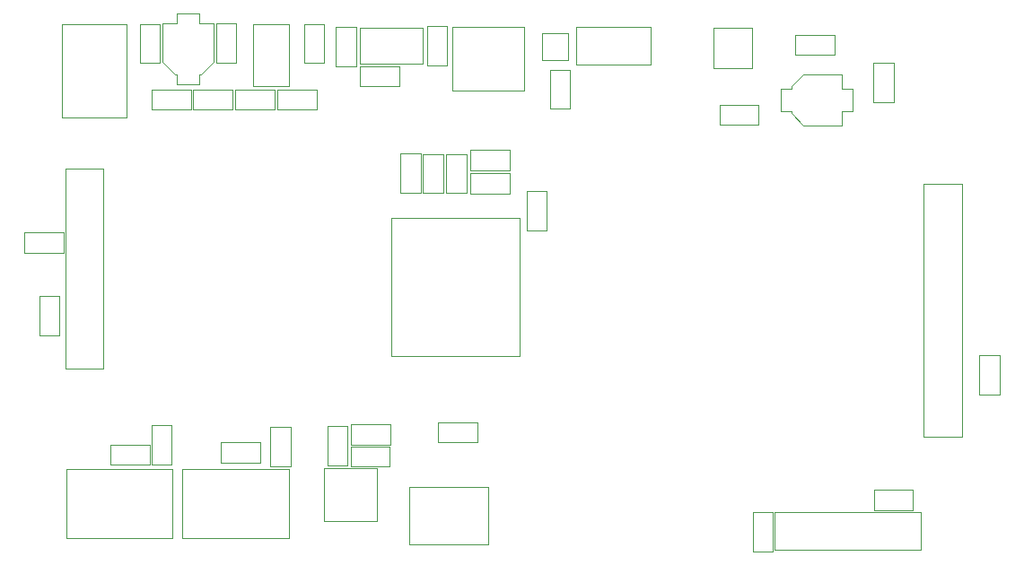
<source format=gbr>
G04 #@! TF.GenerationSoftware,KiCad,Pcbnew,(5.1.5)-3*
G04 #@! TF.CreationDate,2020-02-14T11:51:11+01:00*
G04 #@! TF.ProjectId,Lab_1,4c61625f-312e-46b6-9963-61645f706362,rev?*
G04 #@! TF.SameCoordinates,Original*
G04 #@! TF.FileFunction,Other,User*
%FSLAX46Y46*%
G04 Gerber Fmt 4.6, Leading zero omitted, Abs format (unit mm)*
G04 Created by KiCad (PCBNEW (5.1.5)-3) date 2020-02-14 11:51:11*
%MOMM*%
%LPD*%
G04 APERTURE LIST*
%ADD10C,0.050000*%
G04 APERTURE END LIST*
D10*
X88625000Y-104950000D02*
X84925000Y-104950000D01*
X88625000Y-103050000D02*
X88625000Y-104950000D01*
X84925000Y-103050000D02*
X88625000Y-103050000D01*
X84925000Y-104950000D02*
X84925000Y-103050000D01*
X73075000Y-103050000D02*
X76775000Y-103050000D01*
X73075000Y-104950000D02*
X73075000Y-103050000D01*
X76775000Y-104950000D02*
X73075000Y-104950000D01*
X76775000Y-103050000D02*
X76775000Y-104950000D01*
X89350000Y-96850000D02*
X89350000Y-100550000D01*
X87450000Y-96850000D02*
X89350000Y-96850000D01*
X87450000Y-100550000D02*
X87450000Y-96850000D01*
X89350000Y-100550000D02*
X87450000Y-100550000D01*
X84625000Y-104950000D02*
X80925000Y-104950000D01*
X84625000Y-103050000D02*
X84625000Y-104950000D01*
X80925000Y-103050000D02*
X84625000Y-103050000D01*
X80925000Y-104950000D02*
X80925000Y-103050000D01*
X76975000Y-103050000D02*
X80675000Y-103050000D01*
X76975000Y-104950000D02*
X76975000Y-103050000D01*
X80675000Y-104950000D02*
X76975000Y-104950000D01*
X80675000Y-103050000D02*
X80675000Y-104950000D01*
X64975000Y-138900000D02*
X74975000Y-138900000D01*
X64975000Y-145400000D02*
X74975000Y-145400000D01*
X64975000Y-138900000D02*
X64975000Y-145400000D01*
X74975000Y-145400000D02*
X74975000Y-138900000D01*
X74950000Y-134725000D02*
X74950000Y-138425000D01*
X73050000Y-134725000D02*
X74950000Y-134725000D01*
X73050000Y-138425000D02*
X73050000Y-134725000D01*
X74950000Y-138425000D02*
X73050000Y-138425000D01*
X72850000Y-138450000D02*
X69150000Y-138450000D01*
X72850000Y-136550000D02*
X72850000Y-138450000D01*
X69150000Y-136550000D02*
X72850000Y-136550000D01*
X69150000Y-138450000D02*
X69150000Y-136550000D01*
X99050000Y-97050000D02*
X100950000Y-97050000D01*
X100950000Y-97050000D02*
X100950000Y-100750000D01*
X100950000Y-100750000D02*
X99050000Y-100750000D01*
X99050000Y-100750000D02*
X99050000Y-97050000D01*
X153050000Y-128125000D02*
X153050000Y-131825000D01*
X151150000Y-128125000D02*
X153050000Y-128125000D01*
X151150000Y-131825000D02*
X151150000Y-128125000D01*
X153050000Y-131825000D02*
X151150000Y-131825000D01*
X110650000Y-104850000D02*
X110650000Y-101150000D01*
X112550000Y-104850000D02*
X110650000Y-104850000D01*
X112550000Y-101150000D02*
X112550000Y-104850000D01*
X110650000Y-101150000D02*
X112550000Y-101150000D01*
X83275000Y-136350000D02*
X83275000Y-138250000D01*
X83275000Y-138250000D02*
X79575000Y-138250000D01*
X79575000Y-138250000D02*
X79575000Y-136350000D01*
X79575000Y-136350000D02*
X83275000Y-136350000D01*
X62450000Y-122550000D02*
X64350000Y-122550000D01*
X64350000Y-122550000D02*
X64350000Y-126250000D01*
X64350000Y-126250000D02*
X62450000Y-126250000D01*
X62450000Y-126250000D02*
X62450000Y-122550000D01*
X95575000Y-136550000D02*
X91875000Y-136550000D01*
X95575000Y-134650000D02*
X95575000Y-136550000D01*
X91875000Y-134650000D02*
X95575000Y-134650000D01*
X91875000Y-136550000D02*
X91875000Y-134650000D01*
X91550000Y-138525000D02*
X89650000Y-138525000D01*
X89650000Y-138525000D02*
X89650000Y-134825000D01*
X89650000Y-134825000D02*
X91550000Y-134825000D01*
X91550000Y-134825000D02*
X91550000Y-138525000D01*
X91825000Y-136750000D02*
X95525000Y-136750000D01*
X91825000Y-138650000D02*
X91825000Y-136750000D01*
X95525000Y-138650000D02*
X91825000Y-138650000D01*
X95525000Y-136750000D02*
X95525000Y-138650000D01*
X126625000Y-106350000D02*
X126625000Y-104450000D01*
X126625000Y-104450000D02*
X130325000Y-104450000D01*
X130325000Y-104450000D02*
X130325000Y-106350000D01*
X130325000Y-106350000D02*
X126625000Y-106350000D01*
X120100000Y-100650000D02*
X113100000Y-100650000D01*
X113100000Y-100650000D02*
X113100000Y-97150000D01*
X113100000Y-97150000D02*
X120100000Y-97150000D01*
X120100000Y-97150000D02*
X120100000Y-100650000D01*
X101380000Y-103170000D02*
X108180000Y-103170000D01*
X108180000Y-103170000D02*
X108180000Y-97090000D01*
X108180000Y-97090000D02*
X101380000Y-97090000D01*
X101380000Y-97090000D02*
X101380000Y-103170000D01*
X145900000Y-111900000D02*
X145900000Y-135800000D01*
X145900000Y-135800000D02*
X149500000Y-135800000D01*
X149500000Y-135800000D02*
X149500000Y-111900000D01*
X149500000Y-111900000D02*
X145900000Y-111900000D01*
X64900000Y-110500000D02*
X64900000Y-129350000D01*
X64900000Y-129350000D02*
X68500000Y-129350000D01*
X68500000Y-129350000D02*
X68500000Y-110500000D01*
X68500000Y-110500000D02*
X64900000Y-110500000D01*
X94275000Y-143800000D02*
X94275000Y-138800000D01*
X94275000Y-138800000D02*
X89275000Y-138800000D01*
X89275000Y-138800000D02*
X89275000Y-143800000D01*
X89275000Y-143800000D02*
X94275000Y-143800000D01*
X90450000Y-97125000D02*
X92350000Y-97125000D01*
X92350000Y-97125000D02*
X92350000Y-100825000D01*
X92350000Y-100825000D02*
X90450000Y-100825000D01*
X90450000Y-100825000D02*
X90450000Y-97125000D01*
X92725000Y-102750000D02*
X92725000Y-100850000D01*
X92725000Y-100850000D02*
X96425000Y-100850000D01*
X96425000Y-100850000D02*
X96425000Y-102750000D01*
X96425000Y-102750000D02*
X92725000Y-102750000D01*
X141150000Y-100525000D02*
X143050000Y-100525000D01*
X143050000Y-100525000D02*
X143050000Y-104225000D01*
X143050000Y-104225000D02*
X141150000Y-104225000D01*
X141150000Y-104225000D02*
X141150000Y-100525000D01*
X86150000Y-134875000D02*
X86150000Y-138575000D01*
X84250000Y-134875000D02*
X86150000Y-134875000D01*
X84250000Y-138575000D02*
X84250000Y-134875000D01*
X86150000Y-138575000D02*
X84250000Y-138575000D01*
X61075000Y-116550000D02*
X64775000Y-116550000D01*
X61075000Y-118450000D02*
X61075000Y-116550000D01*
X64775000Y-118450000D02*
X61075000Y-118450000D01*
X64775000Y-116550000D02*
X64775000Y-118450000D01*
X85975000Y-145400000D02*
X85975000Y-138900000D01*
X75975000Y-138900000D02*
X75975000Y-145400000D01*
X75975000Y-145400000D02*
X85975000Y-145400000D01*
X75975000Y-138900000D02*
X85975000Y-138900000D01*
X97395000Y-140575000D02*
X97395000Y-145975000D01*
X97395000Y-145975000D02*
X104795000Y-145975000D01*
X104795000Y-145975000D02*
X104795000Y-140575000D01*
X104795000Y-140575000D02*
X97395000Y-140575000D01*
X109850000Y-97750000D02*
X112350000Y-97750000D01*
X109850000Y-97750000D02*
X109850000Y-100250000D01*
X112350000Y-100250000D02*
X112350000Y-97750000D01*
X112350000Y-100250000D02*
X109850000Y-100250000D01*
X82650000Y-102750000D02*
X82650000Y-96830000D01*
X82650000Y-102750000D02*
X86050000Y-102750000D01*
X86050000Y-96830000D02*
X82650000Y-96830000D01*
X86050000Y-96830000D02*
X86050000Y-102750000D01*
X129700000Y-97200000D02*
X129700000Y-101000000D01*
X129700000Y-101000000D02*
X126100000Y-101000000D01*
X126100000Y-101000000D02*
X126100000Y-97200000D01*
X126100000Y-97200000D02*
X129700000Y-97200000D01*
X98660000Y-100600000D02*
X92740000Y-100600000D01*
X98660000Y-100600000D02*
X98660000Y-97200000D01*
X92740000Y-97200000D02*
X92740000Y-100600000D01*
X92740000Y-97200000D02*
X98660000Y-97200000D01*
X144875000Y-140850000D02*
X144875000Y-142750000D01*
X144875000Y-142750000D02*
X141175000Y-142750000D01*
X141175000Y-142750000D02*
X141175000Y-140850000D01*
X141175000Y-140850000D02*
X144875000Y-140850000D01*
X106850000Y-112850000D02*
X103150000Y-112850000D01*
X106850000Y-110950000D02*
X106850000Y-112850000D01*
X103150000Y-110950000D02*
X106850000Y-110950000D01*
X103150000Y-112850000D02*
X103150000Y-110950000D01*
X106825000Y-110650000D02*
X103125000Y-110650000D01*
X106825000Y-108750000D02*
X106825000Y-110650000D01*
X103125000Y-108750000D02*
X106825000Y-108750000D01*
X103125000Y-110650000D02*
X103125000Y-108750000D01*
X102750000Y-112825000D02*
X100850000Y-112825000D01*
X100850000Y-112825000D02*
X100850000Y-109125000D01*
X100850000Y-109125000D02*
X102750000Y-109125000D01*
X102750000Y-109125000D02*
X102750000Y-112825000D01*
X100550000Y-109125000D02*
X100550000Y-112825000D01*
X98650000Y-109125000D02*
X100550000Y-109125000D01*
X98650000Y-112825000D02*
X98650000Y-109125000D01*
X100550000Y-112825000D02*
X98650000Y-112825000D01*
X98450000Y-112775000D02*
X96550000Y-112775000D01*
X96550000Y-112775000D02*
X96550000Y-109075000D01*
X96550000Y-109075000D02*
X98450000Y-109075000D01*
X98450000Y-109075000D02*
X98450000Y-112775000D01*
X100075000Y-134450000D02*
X103775000Y-134450000D01*
X100075000Y-136350000D02*
X100075000Y-134450000D01*
X103775000Y-136350000D02*
X100075000Y-136350000D01*
X103775000Y-134450000D02*
X103775000Y-136350000D01*
X71950000Y-96850000D02*
X73850000Y-96850000D01*
X73850000Y-96850000D02*
X73850000Y-100550000D01*
X73850000Y-100550000D02*
X71950000Y-100550000D01*
X71950000Y-100550000D02*
X71950000Y-96850000D01*
X77550000Y-102550000D02*
X77550000Y-101600000D01*
X75450000Y-102550000D02*
X77550000Y-102550000D01*
X75450000Y-101600000D02*
X75450000Y-102550000D01*
X77550000Y-101600000D02*
X77750000Y-101600000D01*
X75250000Y-101600000D02*
X75450000Y-101600000D01*
X75250000Y-101600000D02*
X74100000Y-100450000D01*
X77750000Y-101600000D02*
X78900000Y-100450000D01*
X74100000Y-100450000D02*
X74100000Y-96800000D01*
X78900000Y-100450000D02*
X78900000Y-96800000D01*
X77550000Y-96800000D02*
X78900000Y-96800000D01*
X77550000Y-95850000D02*
X77550000Y-96800000D01*
X75450000Y-95850000D02*
X77550000Y-95850000D01*
X75450000Y-96800000D02*
X75450000Y-95850000D01*
X74100000Y-96800000D02*
X75450000Y-96800000D01*
X81050000Y-100475000D02*
X79150000Y-100475000D01*
X79150000Y-100475000D02*
X79150000Y-96775000D01*
X79150000Y-96775000D02*
X81050000Y-96775000D01*
X81050000Y-96775000D02*
X81050000Y-100475000D01*
X137450000Y-99750000D02*
X133750000Y-99750000D01*
X137450000Y-97850000D02*
X137450000Y-99750000D01*
X133750000Y-97850000D02*
X137450000Y-97850000D01*
X133750000Y-99750000D02*
X133750000Y-97850000D01*
X138200000Y-101600000D02*
X138200000Y-102950000D01*
X138200000Y-102950000D02*
X139150000Y-102950000D01*
X139150000Y-102950000D02*
X139150000Y-105050000D01*
X139150000Y-105050000D02*
X138200000Y-105050000D01*
X138200000Y-105050000D02*
X138200000Y-106400000D01*
X134550000Y-106400000D02*
X138200000Y-106400000D01*
X134550000Y-101600000D02*
X138200000Y-101600000D01*
X133400000Y-105250000D02*
X134550000Y-106400000D01*
X133400000Y-102750000D02*
X134550000Y-101600000D01*
X133400000Y-102750000D02*
X133400000Y-102950000D01*
X133400000Y-105050000D02*
X133400000Y-105250000D01*
X133400000Y-102950000D02*
X132450000Y-102950000D01*
X132450000Y-102950000D02*
X132450000Y-105050000D01*
X132450000Y-105050000D02*
X133400000Y-105050000D01*
X145600000Y-142900000D02*
X131850000Y-142900000D01*
X131850000Y-142900000D02*
X131850000Y-146500000D01*
X131850000Y-146500000D02*
X145600000Y-146500000D01*
X145600000Y-146500000D02*
X145600000Y-142900000D01*
X64597500Y-96900000D02*
X64597500Y-105700000D01*
X70697500Y-105700000D02*
X64597500Y-105700000D01*
X70697500Y-96900000D02*
X70697500Y-105700000D01*
X64597500Y-96900000D02*
X70697500Y-96900000D01*
X129750000Y-146625000D02*
X129750000Y-142925000D01*
X131650000Y-146625000D02*
X129750000Y-146625000D01*
X131650000Y-142925000D02*
X131650000Y-146625000D01*
X129750000Y-142925000D02*
X131650000Y-142925000D01*
X110350000Y-116325000D02*
X108450000Y-116325000D01*
X108450000Y-116325000D02*
X108450000Y-112625000D01*
X108450000Y-112625000D02*
X110350000Y-112625000D01*
X110350000Y-112625000D02*
X110350000Y-116325000D01*
X95700000Y-115170000D02*
X95700000Y-128170000D01*
X95700000Y-115160000D02*
X107800000Y-115160000D01*
X107800000Y-115170000D02*
X107800000Y-128170000D01*
X107800000Y-128170000D02*
X95700000Y-128170000D01*
M02*

</source>
